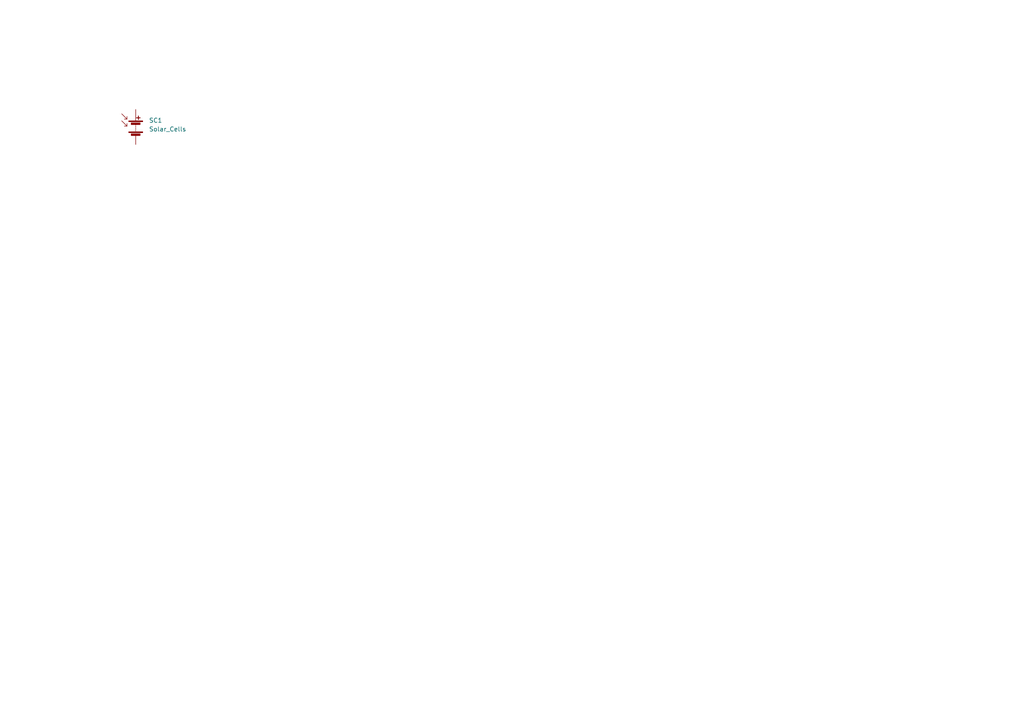
<source format=kicad_sch>
(kicad_sch (version 20231120) (generator "eeschema") (generator_version "8.0")
  (paper "A4")
  (lib_symbols
    (symbol "Device:Solar_Cells" (pin_numbers hide) (pin_names (offset 0) hide)
      (property "Reference" "SC" (at 2.54 2.54 0))
      (property "Value" "Solar_Cells" (at 2.54 0 0))
      (symbol "Solar_Cells_0_1"
        (rectangle (start -2.032 -1.397) (end 2.032 -1.651) (fill (type outline)))
        (rectangle (start -2.032 1.778) (end 2.032 1.524) (fill (type outline)))
        (rectangle (start -1.3208 -1.9812) (end 1.27 -2.4892) (fill (type outline)))
        (rectangle (start -1.3208 1.1938) (end 1.27 0.6858) (fill (type outline)))
        (polyline (pts (xy -2.54 0.254) (xy -4.064 1.778)))
        (polyline (pts (xy -2.54 2.286) (xy -4.064 3.81)))
        (polyline (pts (xy 0 -1.524) (xy 0 -1.27)))
        (polyline (pts (xy 0 -1.016) (xy 0 -0.762)))
        (polyline (pts (xy 0 -0.508) (xy 0 -0.254)))
        (polyline (pts (xy 0 0) (xy 0 0.254)))
        (polyline (pts (xy 0 0.508) (xy 0 0.762)))
        (polyline (pts (xy 0 1.778) (xy 0 2.54)))
        (polyline (pts (xy 0.254 2.667) (xy 1.27 2.667)) (stroke (width 0.254)))
        (polyline (pts (xy 0.762 3.175) (xy 0.762 2.159)) (stroke (width 0.254)))
        (polyline (pts (xy -2.54 1.016) (xy -2.54 0.254) (xy -3.302 0.254)))
        (polyline (pts (xy -2.54 3.048) (xy -2.54 2.286) (xy -3.302 2.286)))
      )
      (symbol "Solar_Cells_1_1"
        (pin passive line (at 0 5.08 270) (length 2.54) (name "+") (number "1"))
        (pin passive line (at 0 -5.08 90) (length 2.54) (name "-") (number "2"))
      )
    )
  )
  (symbol (lib_id "Device:Solar_Cells") (at 39.37 36.83 0) (unit 1)
    (property "Reference" "SC1" (at 43.18 34.9249 0) (effects (justify left)))
    (property "Value" "Solar_Cells" (at 43.18 37.4649 0) (effects (justify left)))
    (property "Description" "Multiple solar cells" (effects (hide yes)))
  )
)
</source>
